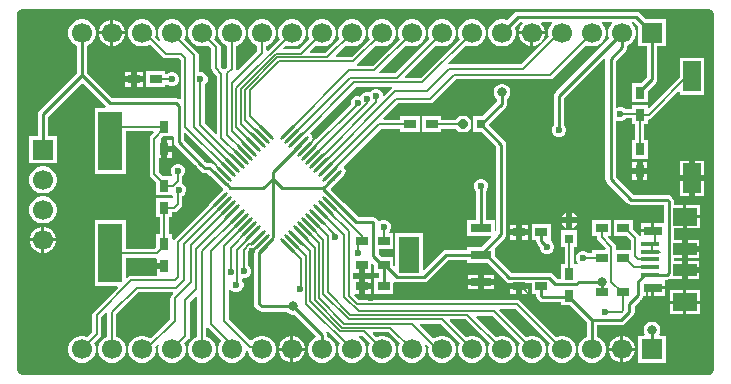
<source format=gtl>
G04*
G04 #@! TF.GenerationSoftware,Altium Limited,Altium Designer,22.0.2 (36)*
G04*
G04 Layer_Physical_Order=1*
G04 Layer_Color=255*
%FSLAX24Y24*%
%MOIN*%
G70*
G04*
G04 #@! TF.SameCoordinates,D96F1F73-0473-4D1D-A2DC-BC1745D11BA0*
G04*
G04*
G04 #@! TF.FilePolarity,Positive*
G04*
G01*
G75*
%ADD12C,0.0060*%
%ADD14C,0.0100*%
%ADD19R,0.0630X0.0138*%
%ADD20R,0.0787X0.0394*%
%ADD21R,0.0787X0.1969*%
%ADD22R,0.0300X0.0400*%
%ADD23R,0.0400X0.0300*%
G04:AMPARAMS|DCode=24|XSize=11mil|YSize=70.9mil|CornerRadius=0mil|HoleSize=0mil|Usage=FLASHONLY|Rotation=225.000|XOffset=0mil|YOffset=0mil|HoleType=Round|Shape=Round|*
%AMOVALD24*
21,1,0.0599,0.0110,0.0000,0.0000,315.0*
1,1,0.0110,-0.0212,0.0212*
1,1,0.0110,0.0212,-0.0212*
%
%ADD24OVALD24*%

G04:AMPARAMS|DCode=25|XSize=11mil|YSize=70.9mil|CornerRadius=0mil|HoleSize=0mil|Usage=FLASHONLY|Rotation=315.000|XOffset=0mil|YOffset=0mil|HoleType=Round|Shape=Round|*
%AMOVALD25*
21,1,0.0599,0.0110,0.0000,0.0000,45.0*
1,1,0.0110,-0.0212,-0.0212*
1,1,0.0110,0.0212,0.0212*
%
%ADD25OVALD25*%

%ADD26R,0.0300X0.0300*%
%ADD27P,0.0325X8X202.5*%
%ADD28R,0.0591X0.0984*%
%ADD29R,0.0300X0.0300*%
%ADD30P,0.0325X8X112.5*%
%ADD31R,0.0669X0.1220*%
%ADD32R,0.0669X0.0295*%
%ADD52R,0.0787X0.0591*%
%ADD53R,0.0591X0.0315*%
%ADD54C,0.0669*%
%ADD55R,0.0669X0.0669*%
%ADD56R,0.0669X0.0669*%
%ADD57C,0.0236*%
%ADD58C,0.0315*%
G36*
X23338Y12369D02*
X23393Y12314D01*
X23422Y12243D01*
Y12205D01*
Y394D01*
Y355D01*
X23393Y284D01*
X23338Y229D01*
X23267Y200D01*
X355D01*
X284Y229D01*
X229Y284D01*
X200Y355D01*
Y394D01*
Y12205D01*
Y12243D01*
X229Y12314D01*
X284Y12369D01*
X355Y12398D01*
X23267D01*
X23338Y12369D01*
D02*
G37*
%LPC*%
G36*
X20820Y12301D02*
X16880D01*
X16814Y12288D01*
X16759Y12251D01*
X16528Y12020D01*
X16525Y12022D01*
X16410Y12053D01*
X16290D01*
X16175Y12022D01*
X16072Y11962D01*
X15988Y11878D01*
X15928Y11775D01*
X15897Y11660D01*
Y11540D01*
X15928Y11425D01*
X15988Y11322D01*
X16072Y11238D01*
X16175Y11178D01*
X16290Y11147D01*
X16410D01*
X16525Y11178D01*
X16628Y11238D01*
X16712Y11322D01*
X16772Y11425D01*
X16803Y11540D01*
Y11660D01*
X16772Y11775D01*
X16770Y11778D01*
X16951Y11959D01*
X17023D01*
X17044Y11909D01*
X17002Y11867D01*
X16945Y11768D01*
X16915Y11657D01*
Y11650D01*
X17350D01*
X17785D01*
Y11657D01*
X17755Y11768D01*
X17698Y11867D01*
X17656Y11909D01*
X17677Y11959D01*
X18003D01*
X18022Y11912D01*
X17988Y11878D01*
X17928Y11775D01*
X17897Y11660D01*
Y11540D01*
X17914Y11478D01*
X16987Y10551D01*
X14600D01*
X14582Y10547D01*
X14557Y10593D01*
X15154Y11190D01*
X15175Y11178D01*
X15290Y11147D01*
X15410D01*
X15525Y11178D01*
X15628Y11238D01*
X15712Y11322D01*
X15772Y11425D01*
X15803Y11540D01*
Y11660D01*
X15772Y11775D01*
X15712Y11878D01*
X15628Y11962D01*
X15525Y12022D01*
X15410Y12053D01*
X15290D01*
X15175Y12022D01*
X15072Y11962D01*
X14988Y11878D01*
X14928Y11775D01*
X14897Y11660D01*
Y11540D01*
X14928Y11425D01*
X14940Y11404D01*
X13637Y10101D01*
X13130D01*
X13111Y10147D01*
X14154Y11190D01*
X14175Y11178D01*
X14290Y11147D01*
X14410D01*
X14525Y11178D01*
X14628Y11238D01*
X14712Y11322D01*
X14772Y11425D01*
X14803Y11540D01*
Y11660D01*
X14772Y11775D01*
X14712Y11878D01*
X14628Y11962D01*
X14525Y12022D01*
X14410Y12053D01*
X14290D01*
X14175Y12022D01*
X14072Y11962D01*
X13988Y11878D01*
X13928Y11775D01*
X13897Y11660D01*
Y11540D01*
X13928Y11425D01*
X13940Y11404D01*
X12787Y10251D01*
X12280D01*
X12261Y10297D01*
X13154Y11190D01*
X13175Y11178D01*
X13290Y11147D01*
X13410D01*
X13525Y11178D01*
X13628Y11238D01*
X13712Y11322D01*
X13772Y11425D01*
X13803Y11540D01*
Y11660D01*
X13772Y11775D01*
X13712Y11878D01*
X13628Y11962D01*
X13525Y12022D01*
X13410Y12053D01*
X13290D01*
X13175Y12022D01*
X13072Y11962D01*
X12988Y11878D01*
X12928Y11775D01*
X12897Y11660D01*
Y11540D01*
X12928Y11425D01*
X12940Y11404D01*
X12037Y10501D01*
X11534D01*
X11521Y10520D01*
X11515Y10551D01*
X12154Y11190D01*
X12175Y11178D01*
X12290Y11147D01*
X12410D01*
X12525Y11178D01*
X12628Y11238D01*
X12712Y11322D01*
X12772Y11425D01*
X12803Y11540D01*
Y11660D01*
X12772Y11775D01*
X12712Y11878D01*
X12628Y11962D01*
X12525Y12022D01*
X12410Y12053D01*
X12290D01*
X12175Y12022D01*
X12072Y11962D01*
X11988Y11878D01*
X11928Y11775D01*
X11897Y11660D01*
Y11540D01*
X11928Y11425D01*
X11940Y11404D01*
X11337Y10801D01*
X10830D01*
X10811Y10847D01*
X11154Y11190D01*
X11175Y11178D01*
X11290Y11147D01*
X11410D01*
X11525Y11178D01*
X11628Y11238D01*
X11712Y11322D01*
X11772Y11425D01*
X11803Y11540D01*
Y11660D01*
X11772Y11775D01*
X11712Y11878D01*
X11628Y11962D01*
X11525Y12022D01*
X11410Y12053D01*
X11290D01*
X11175Y12022D01*
X11072Y11962D01*
X10988Y11878D01*
X10928Y11775D01*
X10897Y11660D01*
Y11540D01*
X10928Y11425D01*
X10940Y11404D01*
X10467Y10931D01*
X9960D01*
X9941Y10977D01*
X10154Y11190D01*
X10175Y11178D01*
X10290Y11147D01*
X10410D01*
X10525Y11178D01*
X10628Y11238D01*
X10712Y11322D01*
X10772Y11425D01*
X10803Y11540D01*
Y11660D01*
X10772Y11775D01*
X10712Y11878D01*
X10628Y11962D01*
X10525Y12022D01*
X10410Y12053D01*
X10290D01*
X10175Y12022D01*
X10072Y11962D01*
X9988Y11878D01*
X9928Y11775D01*
X9897Y11660D01*
Y11540D01*
X9928Y11425D01*
X9940Y11404D01*
X9587Y11051D01*
X9080D01*
X9061Y11097D01*
X9154Y11190D01*
X9175Y11178D01*
X9290Y11147D01*
X9410D01*
X9525Y11178D01*
X9628Y11238D01*
X9712Y11322D01*
X9772Y11425D01*
X9803Y11540D01*
Y11660D01*
X9772Y11775D01*
X9712Y11878D01*
X9628Y11962D01*
X9525Y12022D01*
X9410Y12053D01*
X9290D01*
X9175Y12022D01*
X9072Y11962D01*
X8988Y11878D01*
X8928Y11775D01*
X8897Y11660D01*
Y11540D01*
X8928Y11425D01*
X8940Y11404D01*
X8547Y11011D01*
X8501Y11030D01*
Y11172D01*
X8525Y11178D01*
X8628Y11238D01*
X8712Y11322D01*
X8772Y11425D01*
X8803Y11540D01*
Y11660D01*
X8772Y11775D01*
X8712Y11878D01*
X8628Y11962D01*
X8525Y12022D01*
X8410Y12053D01*
X8290D01*
X8175Y12022D01*
X8072Y11962D01*
X7988Y11878D01*
X7928Y11775D01*
X7897Y11660D01*
Y11540D01*
X7928Y11425D01*
X7988Y11322D01*
X8072Y11238D01*
X8175Y11178D01*
X8199Y11172D01*
Y11001D01*
X7541Y10343D01*
X7495Y10368D01*
X7501Y10400D01*
X7501Y10400D01*
Y11172D01*
X7525Y11178D01*
X7628Y11238D01*
X7712Y11322D01*
X7772Y11425D01*
X7803Y11540D01*
Y11660D01*
X7772Y11775D01*
X7712Y11878D01*
X7628Y11962D01*
X7525Y12022D01*
X7410Y12053D01*
X7290D01*
X7175Y12022D01*
X7072Y11962D01*
X6988Y11878D01*
X6928Y11775D01*
X6897Y11660D01*
Y11540D01*
X6928Y11425D01*
X6988Y11322D01*
X7072Y11238D01*
X7175Y11178D01*
X7199Y11172D01*
Y10463D01*
X7128Y10391D01*
X7057Y10391D01*
X6971Y10477D01*
Y11130D01*
X6971Y11130D01*
X6960Y11187D01*
X6927Y11236D01*
X6760Y11404D01*
X6772Y11425D01*
X6803Y11540D01*
Y11660D01*
X6772Y11775D01*
X6712Y11878D01*
X6628Y11962D01*
X6525Y12022D01*
X6410Y12053D01*
X6290D01*
X6175Y12022D01*
X6072Y11962D01*
X5988Y11878D01*
X5928Y11775D01*
X5897Y11660D01*
Y11540D01*
X5928Y11425D01*
X5988Y11322D01*
X6072Y11238D01*
X6175Y11178D01*
X6290Y11147D01*
X6410D01*
X6525Y11178D01*
X6546Y11190D01*
X6669Y11067D01*
Y10415D01*
X6669Y10415D01*
X6681Y10357D01*
X6714Y10308D01*
X6849Y10173D01*
Y8262D01*
X6803Y8243D01*
X6451Y8595D01*
Y9867D01*
X6500Y9916D01*
X6536Y10003D01*
Y10097D01*
X6500Y10184D01*
X6434Y10250D01*
X6347Y10286D01*
X6253D01*
X6241Y10294D01*
Y10860D01*
X6241Y10860D01*
X6230Y10918D01*
X6197Y10967D01*
X5760Y11404D01*
X5772Y11425D01*
X5803Y11540D01*
Y11660D01*
X5772Y11775D01*
X5712Y11878D01*
X5628Y11962D01*
X5525Y12022D01*
X5410Y12053D01*
X5290D01*
X5175Y12022D01*
X5072Y11962D01*
X4988Y11878D01*
X4928Y11775D01*
X4897Y11660D01*
Y11540D01*
X4928Y11425D01*
X4958Y11373D01*
X4918Y11342D01*
X4785Y11475D01*
X4803Y11540D01*
Y11660D01*
X4772Y11775D01*
X4712Y11878D01*
X4628Y11962D01*
X4525Y12022D01*
X4410Y12053D01*
X4290D01*
X4175Y12022D01*
X4072Y11962D01*
X3988Y11878D01*
X3928Y11775D01*
X3897Y11660D01*
Y11540D01*
X3928Y11425D01*
X3988Y11322D01*
X4072Y11238D01*
X4175Y11178D01*
X4290Y11147D01*
X4410D01*
X4525Y11178D01*
X4608Y11226D01*
X5043Y10790D01*
X5043Y10790D01*
X5092Y10757D01*
X5150Y10746D01*
X5590D01*
X5649Y10687D01*
Y9401D01*
X5599Y9381D01*
X5558Y9408D01*
X5492Y9421D01*
X3351D01*
X2521Y10251D01*
Y11177D01*
X2525Y11178D01*
X2628Y11238D01*
X2712Y11322D01*
X2772Y11425D01*
X2803Y11540D01*
Y11660D01*
X2772Y11775D01*
X2712Y11878D01*
X2628Y11962D01*
X2525Y12022D01*
X2410Y12053D01*
X2290D01*
X2175Y12022D01*
X2072Y11962D01*
X1988Y11878D01*
X1928Y11775D01*
X1897Y11660D01*
Y11540D01*
X1928Y11425D01*
X1988Y11322D01*
X2072Y11238D01*
X2175Y11178D01*
X2179Y11177D01*
Y10251D01*
X929Y9001D01*
X892Y8946D01*
X879Y8880D01*
Y8153D01*
X597D01*
Y7247D01*
X1503D01*
Y8153D01*
X1221D01*
Y8809D01*
X2350Y9938D01*
X3139Y9148D01*
X3119Y9098D01*
X2788D01*
Y6894D01*
X3812D01*
Y8314D01*
X4720D01*
X4739Y8268D01*
X4653Y8182D01*
X4620Y8133D01*
X4609Y8075D01*
X4609Y8075D01*
Y6890D01*
X4609Y6890D01*
X4620Y6832D01*
X4653Y6783D01*
X4832Y6605D01*
Y6182D01*
X5368D01*
X5399Y6145D01*
Y6125D01*
X5368Y6088D01*
X4832D01*
Y5452D01*
X4949D01*
Y4883D01*
X4832D01*
Y4460D01*
X4778Y4407D01*
X3812D01*
Y5358D01*
X2788D01*
Y3153D01*
X3524D01*
X3544Y3107D01*
X2743Y2307D01*
X2710Y2258D01*
X2699Y2200D01*
X2699Y2200D01*
Y1613D01*
X2546Y1460D01*
X2525Y1472D01*
X2410Y1503D01*
X2290D01*
X2175Y1472D01*
X2072Y1412D01*
X1988Y1328D01*
X1928Y1225D01*
X1897Y1110D01*
Y990D01*
X1928Y875D01*
X1988Y772D01*
X2072Y688D01*
X2175Y628D01*
X2290Y597D01*
X2410D01*
X2525Y628D01*
X2628Y688D01*
X2712Y772D01*
X2772Y875D01*
X2803Y990D01*
Y1110D01*
X2772Y1225D01*
X2760Y1246D01*
X2957Y1443D01*
X2957Y1443D01*
X2990Y1492D01*
X3001Y1550D01*
X3001Y1550D01*
Y2137D01*
X3151Y2287D01*
X3159Y2286D01*
X3199Y2265D01*
Y1478D01*
X3175Y1472D01*
X3072Y1412D01*
X2988Y1328D01*
X2928Y1225D01*
X2897Y1110D01*
Y990D01*
X2928Y875D01*
X2988Y772D01*
X3072Y688D01*
X3175Y628D01*
X3290Y597D01*
X3410D01*
X3525Y628D01*
X3628Y688D01*
X3712Y772D01*
X3772Y875D01*
X3803Y990D01*
Y1110D01*
X3772Y1225D01*
X3712Y1328D01*
X3628Y1412D01*
X3525Y1472D01*
X3501Y1478D01*
Y2218D01*
X4232Y2949D01*
X5370D01*
X5389Y2903D01*
X5343Y2857D01*
X5310Y2808D01*
X5299Y2750D01*
X5299Y2750D01*
Y2063D01*
X4638Y1402D01*
X4628Y1412D01*
X4525Y1472D01*
X4410Y1503D01*
X4290D01*
X4175Y1472D01*
X4072Y1412D01*
X3988Y1328D01*
X3928Y1225D01*
X3897Y1110D01*
Y990D01*
X3928Y875D01*
X3988Y772D01*
X4072Y688D01*
X4175Y628D01*
X4290Y597D01*
X4410D01*
X4525Y628D01*
X4628Y688D01*
X4712Y772D01*
X4772Y875D01*
X4803Y990D01*
Y1110D01*
X4796Y1133D01*
X4872Y1208D01*
X4917Y1182D01*
X4897Y1110D01*
Y990D01*
X4928Y875D01*
X4988Y772D01*
X5072Y688D01*
X5175Y628D01*
X5290Y597D01*
X5410D01*
X5525Y628D01*
X5628Y688D01*
X5712Y772D01*
X5772Y875D01*
X5803Y990D01*
Y1110D01*
X5772Y1225D01*
X5760Y1246D01*
X5907Y1393D01*
X5940Y1442D01*
X5951Y1500D01*
Y2637D01*
X6153Y2839D01*
X6199Y2820D01*
Y1478D01*
X6175Y1472D01*
X6072Y1412D01*
X5988Y1328D01*
X5928Y1225D01*
X5897Y1110D01*
Y990D01*
X5928Y875D01*
X5988Y772D01*
X6072Y688D01*
X6175Y628D01*
X6290Y597D01*
X6410D01*
X6525Y628D01*
X6628Y688D01*
X6712Y772D01*
X6772Y875D01*
X6803Y990D01*
Y1110D01*
X6772Y1225D01*
X6712Y1328D01*
X6628Y1412D01*
X6525Y1472D01*
X6501Y1478D01*
Y1766D01*
X6520Y1779D01*
X6551Y1785D01*
X6998Y1338D01*
X6988Y1328D01*
X6928Y1225D01*
X6897Y1110D01*
Y990D01*
X6928Y875D01*
X6988Y772D01*
X7072Y688D01*
X7175Y628D01*
X7290Y597D01*
X7410D01*
X7525Y628D01*
X7628Y688D01*
X7712Y772D01*
X7772Y875D01*
X7803Y990D01*
Y1018D01*
X7849Y1037D01*
X7854Y1033D01*
X7854Y1033D01*
X7897Y1004D01*
Y990D01*
X7928Y875D01*
X7988Y772D01*
X8072Y688D01*
X8175Y628D01*
X8290Y597D01*
X8410D01*
X8525Y628D01*
X8628Y688D01*
X8712Y772D01*
X8772Y875D01*
X8803Y990D01*
Y1110D01*
X8772Y1225D01*
X8712Y1328D01*
X8628Y1412D01*
X8525Y1472D01*
X8410Y1503D01*
X8290D01*
X8175Y1472D01*
X8072Y1412D01*
X8022Y1362D01*
X7952Y1362D01*
X7251Y2063D01*
Y3053D01*
X7294Y3065D01*
X7301Y3065D01*
X7366Y3000D01*
X7453Y2964D01*
X7547D01*
X7634Y3000D01*
X7700Y3066D01*
X7736Y3153D01*
Y3247D01*
X7700Y3334D01*
X7686Y3348D01*
X7690Y3405D01*
X7703Y3414D01*
X7797D01*
X7884Y3450D01*
X7950Y3516D01*
X7986Y3603D01*
Y3697D01*
X7950Y3784D01*
X7901Y3833D01*
Y4313D01*
X7940Y4352D01*
X8001Y4342D01*
X8018Y4316D01*
X8070Y4281D01*
X8081Y4279D01*
X8079Y4269D01*
Y2568D01*
X8092Y2502D01*
X8129Y2447D01*
X8217Y2359D01*
X8272Y2322D01*
X8338Y2309D01*
X9182D01*
X9231Y2259D01*
X9294Y2223D01*
X9364Y2204D01*
X9433D01*
X10140Y1497D01*
X10134Y1448D01*
X10072Y1412D01*
X9988Y1328D01*
X9928Y1225D01*
X9897Y1110D01*
Y990D01*
X9928Y875D01*
X9988Y772D01*
X10072Y688D01*
X10175Y628D01*
X10290Y597D01*
X10410D01*
X10525Y628D01*
X10628Y688D01*
X10712Y772D01*
X10772Y875D01*
X10803Y990D01*
Y1110D01*
X10772Y1225D01*
X10712Y1328D01*
X10628Y1412D01*
X10525Y1472D01*
X10521Y1473D01*
Y1530D01*
X10508Y1596D01*
X10485Y1631D01*
X10523Y1663D01*
X10940Y1246D01*
X10928Y1225D01*
X10897Y1110D01*
Y990D01*
X10928Y875D01*
X10988Y772D01*
X11072Y688D01*
X11175Y628D01*
X11290Y597D01*
X11410D01*
X11525Y628D01*
X11628Y688D01*
X11712Y772D01*
X11772Y875D01*
X11803Y990D01*
Y1110D01*
X11772Y1225D01*
X11712Y1328D01*
X11628Y1412D01*
X11564Y1449D01*
X11578Y1499D01*
X11687D01*
X11940Y1246D01*
X11928Y1225D01*
X11897Y1110D01*
Y990D01*
X11928Y875D01*
X11988Y772D01*
X12072Y688D01*
X12175Y628D01*
X12290Y597D01*
X12410D01*
X12525Y628D01*
X12628Y688D01*
X12712Y772D01*
X12772Y875D01*
X12803Y990D01*
Y1110D01*
X12772Y1225D01*
X12712Y1328D01*
X12628Y1412D01*
X12525Y1472D01*
X12410Y1503D01*
X12290D01*
X12175Y1472D01*
X12154Y1460D01*
X12041Y1573D01*
X12060Y1619D01*
X12567D01*
X12940Y1246D01*
X12928Y1225D01*
X12897Y1110D01*
Y990D01*
X12928Y875D01*
X12988Y772D01*
X13072Y688D01*
X13175Y628D01*
X13290Y597D01*
X13410D01*
X13525Y628D01*
X13628Y688D01*
X13712Y772D01*
X13772Y875D01*
X13803Y990D01*
Y1110D01*
X13783Y1182D01*
X13828Y1208D01*
X13903Y1133D01*
X13897Y1110D01*
Y990D01*
X13928Y875D01*
X13988Y772D01*
X14072Y688D01*
X14175Y628D01*
X14290Y597D01*
X14410D01*
X14525Y628D01*
X14628Y688D01*
X14712Y772D01*
X14772Y875D01*
X14803Y990D01*
Y1110D01*
X14772Y1225D01*
X14712Y1328D01*
X14628Y1412D01*
X14525Y1472D01*
X14410Y1503D01*
X14290D01*
X14175Y1472D01*
X14072Y1412D01*
X14062Y1402D01*
X13611Y1853D01*
X13630Y1899D01*
X14287D01*
X14940Y1246D01*
X14928Y1225D01*
X14897Y1110D01*
Y990D01*
X14928Y875D01*
X14988Y772D01*
X15072Y688D01*
X15175Y628D01*
X15290Y597D01*
X15410D01*
X15525Y628D01*
X15628Y688D01*
X15712Y772D01*
X15772Y875D01*
X15803Y990D01*
Y1110D01*
X15772Y1225D01*
X15712Y1328D01*
X15628Y1412D01*
X15525Y1472D01*
X15410Y1503D01*
X15290D01*
X15175Y1472D01*
X15154Y1460D01*
X14611Y2003D01*
X14630Y2049D01*
X15137D01*
X15940Y1246D01*
X15928Y1225D01*
X15897Y1110D01*
Y990D01*
X15928Y875D01*
X15988Y772D01*
X16072Y688D01*
X16175Y628D01*
X16290Y597D01*
X16410D01*
X16525Y628D01*
X16628Y688D01*
X16712Y772D01*
X16772Y875D01*
X16803Y990D01*
Y1110D01*
X16772Y1225D01*
X16712Y1328D01*
X16628Y1412D01*
X16525Y1472D01*
X16410Y1503D01*
X16290D01*
X16175Y1472D01*
X16154Y1460D01*
X15491Y2123D01*
X15510Y2169D01*
X16017D01*
X16940Y1246D01*
X16928Y1225D01*
X16897Y1110D01*
Y990D01*
X16928Y875D01*
X16988Y772D01*
X17072Y688D01*
X17175Y628D01*
X17290Y597D01*
X17410D01*
X17525Y628D01*
X17628Y688D01*
X17712Y772D01*
X17772Y875D01*
X17803Y990D01*
Y1110D01*
X17772Y1225D01*
X17712Y1328D01*
X17628Y1412D01*
X17525Y1472D01*
X17410Y1503D01*
X17290D01*
X17175Y1472D01*
X17154Y1460D01*
X16261Y2353D01*
X16280Y2399D01*
X16787D01*
X17940Y1246D01*
X17928Y1225D01*
X17897Y1110D01*
Y990D01*
X17928Y875D01*
X17988Y772D01*
X18072Y688D01*
X18175Y628D01*
X18290Y597D01*
X18410D01*
X18525Y628D01*
X18628Y688D01*
X18712Y772D01*
X18772Y875D01*
X18803Y990D01*
Y1110D01*
X18772Y1225D01*
X18712Y1328D01*
X18628Y1412D01*
X18525Y1472D01*
X18410Y1503D01*
X18290D01*
X18175Y1472D01*
X18154Y1460D01*
X16957Y2657D01*
X16908Y2690D01*
X16850Y2701D01*
X16850Y2701D01*
X11582D01*
X11433Y2850D01*
X11454Y2900D01*
X11585D01*
Y3150D01*
Y3400D01*
X11396D01*
Y3600D01*
X11585D01*
Y3850D01*
X11785D01*
Y3600D01*
X11985D01*
Y3922D01*
X12031Y3941D01*
X12097Y3876D01*
Y3582D01*
X12244D01*
Y3418D01*
X12097D01*
Y2882D01*
X12733D01*
Y3277D01*
X12783Y3304D01*
X12794Y3296D01*
X12859Y3283D01*
X13752D01*
X13818Y3296D01*
X13873Y3334D01*
X14569Y4029D01*
X15197D01*
Y3934D01*
X15860D01*
X16481Y3314D01*
X16536Y3277D01*
X16602Y3264D01*
X16635D01*
Y3250D01*
X17235D01*
Y3264D01*
X17347D01*
Y2882D01*
X17494D01*
Y2844D01*
X17507Y2778D01*
X17544Y2722D01*
X17602Y2664D01*
X17658Y2627D01*
X17724Y2614D01*
X18332D01*
Y2517D01*
X18626D01*
X19179Y1964D01*
Y1473D01*
X19175Y1472D01*
X19072Y1412D01*
X18988Y1328D01*
X18928Y1225D01*
X18897Y1110D01*
Y990D01*
X18928Y875D01*
X18988Y772D01*
X19072Y688D01*
X19175Y628D01*
X19290Y597D01*
X19410D01*
X19525Y628D01*
X19628Y688D01*
X19712Y772D01*
X19772Y875D01*
X19803Y990D01*
Y1110D01*
X19772Y1225D01*
X19712Y1328D01*
X19628Y1412D01*
X19525Y1472D01*
X19521Y1473D01*
Y1864D01*
X20329D01*
X20394Y1877D01*
X20450Y1914D01*
X20721Y2185D01*
X20758Y2241D01*
X20771Y2306D01*
Y2489D01*
X21021Y2739D01*
X21058Y2794D01*
X21067Y2838D01*
X21327D01*
Y3095D01*
X21377D01*
Y3145D01*
X21772D01*
Y3353D01*
X21817Y3367D01*
X21851D01*
X21917Y3380D01*
X21952Y3403D01*
X22340D01*
Y3700D01*
Y3997D01*
X22081D01*
Y4103D01*
X22340D01*
Y4400D01*
Y4697D01*
X22081D01*
Y5082D01*
X22394D01*
Y5477D01*
Y5872D01*
X22081D01*
Y5981D01*
X22068Y6047D01*
X22031Y6103D01*
X21973Y6161D01*
X21917Y6198D01*
X21851Y6211D01*
X20721D01*
X20141Y6791D01*
Y8659D01*
X20191Y8689D01*
X20253Y8664D01*
X20347D01*
X20434Y8700D01*
X20483Y8749D01*
X20682D01*
Y8552D01*
X20799D01*
Y8033D01*
X20682D01*
Y7397D01*
X21218D01*
Y8033D01*
X21101D01*
Y8552D01*
X21218D01*
Y8678D01*
X21240Y8719D01*
X21298Y8730D01*
X21347Y8763D01*
X22229Y9645D01*
X22275Y9626D01*
Y9540D01*
X23102D01*
Y10760D01*
X22275D01*
Y10119D01*
X21264Y9108D01*
X21218Y9127D01*
Y9188D01*
X20682D01*
Y9051D01*
X20483D01*
X20434Y9100D01*
X20347Y9136D01*
X20253D01*
X20191Y9111D01*
X20141Y9141D01*
Y10669D01*
X20471Y10999D01*
X20508Y11054D01*
X20521Y11120D01*
Y11177D01*
X20525Y11178D01*
X20628Y11238D01*
X20712Y11322D01*
X20772Y11425D01*
X20803Y11540D01*
Y11660D01*
X20772Y11775D01*
X20712Y11878D01*
X20678Y11912D01*
X20697Y11959D01*
X20749D01*
X20897Y11810D01*
Y11147D01*
X21179D01*
Y10121D01*
X20976Y9918D01*
X20682D01*
Y9282D01*
X21218D01*
Y9676D01*
X21471Y9929D01*
X21508Y9984D01*
X21521Y10050D01*
Y11147D01*
X21803D01*
Y12053D01*
X21140D01*
X20941Y12251D01*
X20886Y12288D01*
X20820Y12301D01*
D02*
G37*
G36*
X3407Y12035D02*
X3400D01*
Y11650D01*
X3785D01*
Y11657D01*
X3755Y11768D01*
X3698Y11867D01*
X3617Y11948D01*
X3518Y12005D01*
X3407Y12035D01*
D02*
G37*
G36*
X3300D02*
X3293D01*
X3182Y12005D01*
X3083Y11948D01*
X3002Y11867D01*
X2945Y11768D01*
X2915Y11657D01*
Y11650D01*
X3300D01*
Y12035D01*
D02*
G37*
G36*
X17785Y11550D02*
X17400D01*
Y11165D01*
X17407D01*
X17518Y11195D01*
X17617Y11252D01*
X17698Y11333D01*
X17755Y11432D01*
X17785Y11543D01*
Y11550D01*
D02*
G37*
G36*
X17300D02*
X16915D01*
Y11543D01*
X16945Y11432D01*
X17002Y11333D01*
X17083Y11252D01*
X17182Y11195D01*
X17293Y11165D01*
X17300D01*
Y11550D01*
D02*
G37*
G36*
X3785D02*
X3400D01*
Y11165D01*
X3407D01*
X3518Y11195D01*
X3617Y11252D01*
X3698Y11333D01*
X3755Y11432D01*
X3785Y11543D01*
Y11550D01*
D02*
G37*
G36*
X3300D02*
X2915D01*
Y11543D01*
X2945Y11432D01*
X3002Y11333D01*
X3083Y11252D01*
X3182Y11195D01*
X3293Y11165D01*
X3300D01*
Y11550D01*
D02*
G37*
G36*
X4385Y10300D02*
X4185D01*
Y10150D01*
X4385D01*
Y10300D01*
D02*
G37*
G36*
X3985D02*
X3785D01*
Y10150D01*
X3985D01*
Y10300D01*
D02*
G37*
G36*
X5133Y10318D02*
X4497D01*
Y9782D01*
X5133D01*
Y9862D01*
X5183Y9883D01*
X5216Y9850D01*
X5303Y9814D01*
X5397D01*
X5484Y9850D01*
X5550Y9916D01*
X5586Y10003D01*
Y10097D01*
X5550Y10184D01*
X5484Y10250D01*
X5397Y10286D01*
X5303D01*
X5216Y10250D01*
X5183Y10217D01*
X5133Y10238D01*
Y10318D01*
D02*
G37*
G36*
X4385Y9950D02*
X4185D01*
Y9800D01*
X4385D01*
Y9950D01*
D02*
G37*
G36*
X3985D02*
X3785D01*
Y9800D01*
X3985D01*
Y9950D01*
D02*
G37*
G36*
X21200Y7285D02*
X21050D01*
Y7085D01*
X21200D01*
Y7285D01*
D02*
G37*
G36*
X20850D02*
X20700D01*
Y7085D01*
X20850D01*
Y7285D01*
D02*
G37*
G36*
X23084Y7342D02*
X22788D01*
Y6850D01*
X23084D01*
Y7342D01*
D02*
G37*
G36*
X22588D02*
X22293D01*
Y6850D01*
X22588D01*
Y7342D01*
D02*
G37*
G36*
X21200Y6885D02*
X21050D01*
Y6685D01*
X21200D01*
Y6885D01*
D02*
G37*
G36*
X20850D02*
X20700D01*
Y6685D01*
X20850D01*
Y6885D01*
D02*
G37*
G36*
X1110Y7153D02*
X990D01*
X875Y7122D01*
X772Y7062D01*
X688Y6978D01*
X628Y6875D01*
X597Y6760D01*
Y6640D01*
X628Y6525D01*
X688Y6422D01*
X772Y6338D01*
X875Y6278D01*
X990Y6247D01*
X1110D01*
X1225Y6278D01*
X1328Y6338D01*
X1412Y6422D01*
X1472Y6525D01*
X1503Y6640D01*
Y6760D01*
X1472Y6875D01*
X1412Y6978D01*
X1328Y7062D01*
X1225Y7122D01*
X1110Y7153D01*
D02*
G37*
G36*
X23084Y6650D02*
X22788D01*
Y6158D01*
X23084D01*
Y6650D01*
D02*
G37*
G36*
X22588D02*
X22293D01*
Y6158D01*
X22588D01*
Y6650D01*
D02*
G37*
G36*
X22938Y5872D02*
X22494D01*
Y5527D01*
X22938D01*
Y5872D01*
D02*
G37*
G36*
X1110Y6153D02*
X990D01*
X875Y6122D01*
X772Y6062D01*
X688Y5978D01*
X628Y5875D01*
X597Y5760D01*
Y5640D01*
X628Y5525D01*
X688Y5422D01*
X772Y5338D01*
X875Y5278D01*
X990Y5247D01*
X1110D01*
X1225Y5278D01*
X1328Y5338D01*
X1412Y5422D01*
X1472Y5525D01*
X1503Y5640D01*
Y5760D01*
X1472Y5875D01*
X1412Y5978D01*
X1328Y6062D01*
X1225Y6122D01*
X1110Y6153D01*
D02*
G37*
G36*
X22938Y5427D02*
X22494D01*
Y5082D01*
X22938D01*
Y5427D01*
D02*
G37*
G36*
X1107Y5135D02*
X1100D01*
Y4750D01*
X1485D01*
Y4757D01*
X1455Y4868D01*
X1398Y4967D01*
X1317Y5048D01*
X1218Y5105D01*
X1107Y5135D01*
D02*
G37*
G36*
X1000D02*
X993D01*
X882Y5105D01*
X783Y5048D01*
X702Y4967D01*
X645Y4868D01*
X615Y4757D01*
Y4750D01*
X1000D01*
Y5135D01*
D02*
G37*
G36*
X22934Y4697D02*
X22540D01*
Y4500D01*
X22934D01*
Y4697D01*
D02*
G37*
G36*
X1485Y4650D02*
X1100D01*
Y4265D01*
X1107D01*
X1218Y4295D01*
X1317Y4352D01*
X1398Y4433D01*
X1455Y4532D01*
X1485Y4643D01*
Y4650D01*
D02*
G37*
G36*
X1000D02*
X615D01*
Y4643D01*
X645Y4532D01*
X702Y4433D01*
X783Y4352D01*
X882Y4295D01*
X993Y4265D01*
X1000D01*
Y4650D01*
D02*
G37*
G36*
X22934Y4300D02*
X22540D01*
Y4103D01*
X22934D01*
Y4300D01*
D02*
G37*
G36*
Y3997D02*
X22540D01*
Y3800D01*
X22934D01*
Y3997D01*
D02*
G37*
G36*
Y3600D02*
X22540D01*
Y3403D01*
X22934D01*
Y3600D01*
D02*
G37*
G36*
X16085Y3542D02*
X15750D01*
Y3394D01*
X16085D01*
Y3542D01*
D02*
G37*
G36*
X15550D02*
X15215D01*
Y3394D01*
X15550D01*
Y3542D01*
D02*
G37*
G36*
X11985Y3400D02*
X11785D01*
Y3250D01*
X11985D01*
Y3400D01*
D02*
G37*
G36*
X16085Y3194D02*
X15750D01*
Y3047D01*
X16085D01*
Y3194D01*
D02*
G37*
G36*
X15550D02*
X15215D01*
Y3047D01*
X15550D01*
Y3194D01*
D02*
G37*
G36*
X17235Y3050D02*
X17035D01*
Y2900D01*
X17235D01*
Y3050D01*
D02*
G37*
G36*
X16835D02*
X16635D01*
Y2900D01*
X16835D01*
Y3050D01*
D02*
G37*
G36*
X11985D02*
X11785D01*
Y2900D01*
X11985D01*
Y3050D01*
D02*
G37*
G36*
X21772Y3045D02*
X21427D01*
Y2838D01*
X21772D01*
Y3045D01*
D02*
G37*
G36*
X22938Y3018D02*
X22494D01*
Y2673D01*
X22938D01*
Y3018D01*
D02*
G37*
G36*
X22394D02*
X21950D01*
Y2673D01*
X22394D01*
Y3018D01*
D02*
G37*
G36*
X22938Y2573D02*
X22494D01*
Y2228D01*
X22938D01*
Y2573D01*
D02*
G37*
G36*
X22394D02*
X21950D01*
Y2228D01*
X22394D01*
Y2573D01*
D02*
G37*
G36*
X20407Y1485D02*
X20400D01*
Y1100D01*
X20785D01*
Y1107D01*
X20755Y1218D01*
X20698Y1317D01*
X20617Y1398D01*
X20518Y1455D01*
X20407Y1485D01*
D02*
G37*
G36*
X9407D02*
X9400D01*
Y1100D01*
X9785D01*
Y1107D01*
X9755Y1218D01*
X9698Y1317D01*
X9617Y1398D01*
X9518Y1455D01*
X9407Y1485D01*
D02*
G37*
G36*
X20300D02*
X20293D01*
X20182Y1455D01*
X20083Y1398D01*
X20002Y1317D01*
X19945Y1218D01*
X19915Y1107D01*
Y1100D01*
X20300D01*
Y1485D01*
D02*
G37*
G36*
X9300D02*
X9293D01*
X9182Y1455D01*
X9083Y1398D01*
X9002Y1317D01*
X8945Y1218D01*
X8915Y1107D01*
Y1100D01*
X9300D01*
Y1485D01*
D02*
G37*
G36*
X20785Y1000D02*
X20400D01*
Y615D01*
X20407D01*
X20518Y645D01*
X20617Y702D01*
X20698Y783D01*
X20755Y882D01*
X20785Y993D01*
Y1000D01*
D02*
G37*
G36*
X20300D02*
X19915D01*
Y993D01*
X19945Y882D01*
X20002Y783D01*
X20083Y702D01*
X20182Y645D01*
X20293Y615D01*
X20300D01*
Y1000D01*
D02*
G37*
G36*
X9785D02*
X9400D01*
Y615D01*
X9407D01*
X9518Y645D01*
X9617Y702D01*
X9698Y783D01*
X9755Y882D01*
X9785Y993D01*
Y1000D01*
D02*
G37*
G36*
X9300D02*
X8915D01*
Y993D01*
X8945Y882D01*
X9002Y783D01*
X9083Y702D01*
X9182Y645D01*
X9293Y615D01*
X9300D01*
Y1000D01*
D02*
G37*
G36*
X21386Y1976D02*
X21314D01*
X21244Y1957D01*
X21181Y1921D01*
X21129Y1869D01*
X21093Y1806D01*
X21074Y1736D01*
Y1664D01*
X21093Y1594D01*
X21117Y1553D01*
X21090Y1503D01*
X20897D01*
Y597D01*
X21803D01*
Y1503D01*
X21610D01*
X21583Y1553D01*
X21607Y1594D01*
X21626Y1664D01*
Y1736D01*
X21607Y1806D01*
X21571Y1869D01*
X21519Y1921D01*
X21456Y1957D01*
X21386Y1976D01*
D02*
G37*
%LPD*%
G36*
X20022Y11912D02*
X19988Y11878D01*
X19928Y11775D01*
X19897Y11660D01*
Y11540D01*
X19928Y11425D01*
X19930Y11422D01*
X18139Y9631D01*
X18102Y9576D01*
X18089Y9510D01*
Y8523D01*
X18060Y8494D01*
X18024Y8407D01*
Y8313D01*
X18060Y8226D01*
X18126Y8160D01*
X18213Y8124D01*
X18307D01*
X18394Y8160D01*
X18460Y8226D01*
X18496Y8313D01*
Y8407D01*
X18460Y8494D01*
X18431Y8523D01*
Y9439D01*
X19751Y10759D01*
X19788Y10744D01*
X19799Y10735D01*
Y6720D01*
X19812Y6654D01*
X19849Y6599D01*
X20529Y5919D01*
X20584Y5882D01*
X20650Y5869D01*
X21739D01*
Y5262D01*
X21427D01*
Y5005D01*
X21377D01*
Y4955D01*
X20982D01*
Y4832D01*
X20932Y4819D01*
X20907Y4857D01*
X20907Y4857D01*
X20718Y5045D01*
Y5368D01*
X20082D01*
Y4832D01*
X20505D01*
X20649Y4687D01*
Y4368D01*
X20151D01*
Y4450D01*
X20140Y4508D01*
X20107Y4557D01*
X20107Y4557D01*
X19878Y4786D01*
X19897Y4832D01*
X19988D01*
Y5368D01*
X19352D01*
Y4832D01*
X19519D01*
Y4780D01*
X19519Y4780D01*
X19530Y4722D01*
X19563Y4673D01*
X19818Y4418D01*
X19798Y4368D01*
X19352D01*
Y4251D01*
X19233D01*
X19184Y4300D01*
X19097Y4336D01*
X19003D01*
X18916Y4300D01*
X18850Y4234D01*
X18814Y4147D01*
Y4053D01*
X18850Y3966D01*
X18893Y3923D01*
X18862Y3883D01*
X18751D01*
Y4476D01*
X18868D01*
Y5012D01*
X18332D01*
Y4476D01*
X18449D01*
Y3883D01*
X18332D01*
Y3401D01*
X18197D01*
X18042Y3556D01*
X17987Y3593D01*
X17921Y3606D01*
X16673D01*
X16103Y4177D01*
Y4410D01*
X16451Y4759D01*
X16488Y4814D01*
X16501Y4880D01*
Y7876D01*
X16488Y7942D01*
X16451Y7997D01*
X15924Y8524D01*
Y8576D01*
X16471Y9123D01*
X16508Y9179D01*
X16521Y9244D01*
Y9402D01*
X16571Y9451D01*
X16607Y9514D01*
X16626Y9584D01*
Y9656D01*
X16607Y9726D01*
X16571Y9789D01*
X16519Y9841D01*
X16456Y9877D01*
X16386Y9896D01*
X16314D01*
X16244Y9877D01*
X16181Y9841D01*
X16129Y9789D01*
X16093Y9726D01*
X16074Y9656D01*
Y9584D01*
X16093Y9514D01*
X16129Y9451D01*
X16179Y9402D01*
Y9315D01*
X15682Y8818D01*
X15388D01*
Y8282D01*
X15682D01*
X16159Y7805D01*
Y4991D01*
X16153Y4988D01*
X16103Y5014D01*
Y5371D01*
X15821D01*
Y6337D01*
X15850Y6366D01*
X15886Y6453D01*
Y6547D01*
X15850Y6634D01*
X15784Y6700D01*
X15697Y6736D01*
X15603D01*
X15516Y6700D01*
X15450Y6634D01*
X15414Y6547D01*
Y6453D01*
X15450Y6366D01*
X15479Y6337D01*
Y5371D01*
X15197D01*
Y4840D01*
X15982D01*
X16001Y4794D01*
X15673Y4466D01*
X15197D01*
Y4371D01*
X14498D01*
X14432Y4358D01*
X14376Y4321D01*
X13749Y3694D01*
X13703Y3713D01*
Y4928D01*
X12797D01*
Y3868D01*
X12747Y3842D01*
X12733Y3852D01*
Y4118D01*
X12339D01*
X12239Y4218D01*
Y4382D01*
X12733D01*
Y4918D01*
X12603D01*
X12582Y4968D01*
X12615Y5001D01*
X12651Y5088D01*
Y5182D01*
X12615Y5269D01*
X12549Y5335D01*
X12462Y5371D01*
X12368D01*
X12281Y5335D01*
X12278Y5332D01*
X12231Y5343D01*
X12225Y5350D01*
X12189Y5403D01*
X12133Y5441D01*
X12068Y5454D01*
X11570D01*
X11101Y5922D01*
X11087Y5944D01*
X10663Y6367D01*
X10662Y6368D01*
X10654Y6387D01*
X10654Y6413D01*
X10662Y6432D01*
X10663Y6433D01*
X11087Y6856D01*
X11125Y6913D01*
X11138Y6981D01*
X11125Y7048D01*
X11087Y7105D01*
X11080Y7110D01*
X11075Y7160D01*
X12314Y8399D01*
X12967D01*
Y8282D01*
X13603D01*
Y8818D01*
X12967D01*
Y8701D01*
X12404D01*
X12385Y8747D01*
X12887Y9249D01*
X13950D01*
X13950Y9249D01*
X14008Y9260D01*
X14057Y9293D01*
X14813Y10049D01*
X17950D01*
X17950Y10049D01*
X18008Y10060D01*
X18057Y10093D01*
X19154Y11190D01*
X19175Y11178D01*
X19290Y11147D01*
X19410D01*
X19525Y11178D01*
X19628Y11238D01*
X19712Y11322D01*
X19772Y11425D01*
X19803Y11540D01*
Y11660D01*
X19772Y11775D01*
X19712Y11878D01*
X19678Y11912D01*
X19697Y11959D01*
X20003D01*
X20022Y11912D01*
D02*
G37*
G36*
X12675Y9780D02*
X12681Y9749D01*
X12432Y9500D01*
X12386Y9519D01*
Y9547D01*
X12350Y9634D01*
X12284Y9700D01*
X12197Y9736D01*
X12103D01*
X12016Y9700D01*
X11950Y9634D01*
X11943Y9617D01*
X11897Y9636D01*
X11803D01*
X11716Y9600D01*
X11650Y9534D01*
X11623Y9470D01*
X11588Y9485D01*
X11494D01*
X11407Y9449D01*
X11340Y9382D01*
X11304Y9295D01*
Y9217D01*
X10149Y8061D01*
X10100Y8066D01*
X10099Y8067D01*
X10048Y8101D01*
X10022Y8106D01*
X10011Y8162D01*
X9973Y8219D01*
X9967Y8223D01*
X9962Y8273D01*
X11488Y9799D01*
X12662D01*
X12675Y9780D01*
D02*
G37*
G36*
X6777Y7285D02*
X6772Y7236D01*
X6766Y7232D01*
X6762Y7225D01*
X6747Y7224D01*
X6703Y7227D01*
X6657Y7258D01*
X6591Y7271D01*
X6512D01*
X6457Y7326D01*
X6456Y7327D01*
X5751Y8032D01*
Y8245D01*
X5798Y8264D01*
X6777Y7285D01*
D02*
G37*
G36*
X5409Y8124D02*
Y7961D01*
X5422Y7895D01*
X5459Y7839D01*
X6213Y7085D01*
X6214Y7084D01*
X6320Y6978D01*
X6375Y6941D01*
X6441Y6928D01*
X6520D01*
X6617Y6831D01*
X6673Y6794D01*
X6676Y6793D01*
X7037Y6433D01*
X7048Y6425D01*
Y6375D01*
X7037Y6367D01*
X6613Y5944D01*
X6575Y5887D01*
X6571Y5866D01*
X5443Y4738D01*
X5418Y4700D01*
X5368Y4713D01*
Y4883D01*
X5251D01*
Y5452D01*
X5368D01*
Y5619D01*
X5420D01*
X5420Y5619D01*
X5478Y5630D01*
X5527Y5663D01*
X5657Y5793D01*
X5657Y5793D01*
X5690Y5842D01*
X5701Y5900D01*
X5701Y5900D01*
Y6174D01*
X5707Y6176D01*
X5774Y6243D01*
X5810Y6330D01*
Y6424D01*
X5774Y6510D01*
X5707Y6577D01*
X5692Y6583D01*
X5690Y6592D01*
X5701Y6650D01*
X5701Y6650D01*
Y6817D01*
X5750Y6866D01*
X5786Y6953D01*
Y7047D01*
X5750Y7134D01*
X5684Y7200D01*
X5597Y7236D01*
X5503D01*
X5416Y7200D01*
X5350Y7134D01*
X5314Y7047D01*
Y6953D01*
X5350Y6866D01*
X5327Y6818D01*
X5045D01*
X4911Y6953D01*
Y7435D01*
X5000D01*
Y7735D01*
Y8035D01*
X4999D01*
X4980Y8081D01*
X5045Y8147D01*
X5368D01*
X5409Y8124D01*
D02*
G37*
G36*
X4850Y4059D02*
Y3935D01*
X5100D01*
Y3735D01*
X4850D01*
Y3535D01*
X4814Y3501D01*
X4000D01*
X4000Y3501D01*
X3942Y3490D01*
X3893Y3457D01*
X3893Y3457D01*
X3858Y3422D01*
X3812Y3441D01*
Y4105D01*
X4803D01*
X4850Y4059D01*
D02*
G37*
%LPC*%
G36*
X15178Y8818D02*
X14910D01*
X14793Y8701D01*
X14333D01*
Y8818D01*
X13697D01*
Y8282D01*
X14333D01*
Y8399D01*
X14793D01*
X14910Y8282D01*
X15178D01*
X15312Y8416D01*
Y8684D01*
X15178Y8818D01*
D02*
G37*
G36*
X18725Y5606D02*
X18700D01*
Y5456D01*
X18850D01*
Y5481D01*
X18725Y5606D01*
D02*
G37*
G36*
X18500D02*
X18475D01*
X18350Y5481D01*
Y5456D01*
X18500D01*
Y5606D01*
D02*
G37*
G36*
X18850Y5256D02*
X18700D01*
Y5106D01*
X18725D01*
X18850Y5231D01*
Y5256D01*
D02*
G37*
G36*
X18500D02*
X18350D01*
Y5231D01*
X18475Y5106D01*
X18500D01*
Y5256D01*
D02*
G37*
G36*
X21327Y5262D02*
X20982D01*
Y5055D01*
X21327D01*
Y5262D01*
D02*
G37*
G36*
X17235Y5200D02*
X17035D01*
Y5050D01*
X17235D01*
Y5200D01*
D02*
G37*
G36*
X16835D02*
X16635D01*
Y5050D01*
X16835D01*
Y5200D01*
D02*
G37*
G36*
X17235Y4850D02*
X17035D01*
Y4700D01*
X17235D01*
Y4850D01*
D02*
G37*
G36*
X16835D02*
X16635D01*
Y4700D01*
X16835D01*
Y4850D01*
D02*
G37*
G36*
X17983Y5218D02*
X17347D01*
Y4682D01*
X17494D01*
Y4655D01*
X17507Y4589D01*
X17544Y4534D01*
X17624Y4454D01*
Y4413D01*
X17660Y4326D01*
X17726Y4260D01*
X17813Y4224D01*
X17907D01*
X17994Y4260D01*
X18060Y4326D01*
X18096Y4413D01*
Y4507D01*
X18060Y4594D01*
X18011Y4643D01*
X17983Y4682D01*
Y5218D01*
D02*
G37*
G36*
X5350Y8035D02*
X5200D01*
Y7835D01*
X5350D01*
Y8035D01*
D02*
G37*
G36*
Y7635D02*
X5200D01*
Y7435D01*
X5350D01*
Y7635D01*
D02*
G37*
%LPD*%
D12*
X21437Y4601D02*
Y5005D01*
X21398Y4562D02*
X21437Y4601D01*
X21362Y4562D02*
X21398D01*
X21362Y4306D02*
Y4562D01*
X21040Y2643D02*
X21172Y2775D01*
Y2968D01*
X21040Y2610D02*
Y2643D01*
X6521Y7380D02*
X6555Y7346D01*
X6651D01*
X7089Y6908D01*
X5962Y7180D02*
X6042Y7100D01*
X6080D01*
X5800Y8476D02*
Y10750D01*
Y8476D02*
X7186Y7090D01*
X11550Y4250D02*
Y4530D01*
X11670Y4650D01*
X11685D01*
X10514Y5710D02*
X11245Y4979D01*
Y2825D02*
Y4979D01*
Y2825D02*
X11520Y2550D01*
X7750Y3650D02*
Y4376D01*
X7931Y4557D01*
X7981D01*
X8003Y4332D02*
X8021D01*
X8328Y4639D01*
X7981Y4557D02*
X8167Y4743D01*
X8328Y4639D02*
X8342D01*
X16935Y5222D02*
X17069Y5356D01*
X16935Y4950D02*
Y5222D01*
X17069Y5356D02*
X18600D01*
X20950Y7715D02*
Y8870D01*
X22707Y10068D02*
X22788Y10150D01*
X21299Y3095D02*
X21437D01*
X21172Y2968D02*
X21299Y3095D01*
X20350Y2300D02*
X20400Y2350D01*
Y2950D01*
X19810Y2300D02*
X20350D01*
X9776Y7743D02*
X10226Y8193D01*
Y8316D01*
X10260Y8350D01*
X11685Y4650D02*
Y4818D01*
X10611Y5892D02*
X11685Y4818D01*
X5550Y6650D02*
Y7000D01*
X5090Y7725D02*
X5100Y7735D01*
X5090Y7180D02*
Y7725D01*
X4760Y6890D02*
Y8075D01*
Y6890D02*
X5100Y6550D01*
X4760Y8075D02*
X5100Y8415D01*
X17430Y2530D02*
Y2705D01*
X16985Y3150D02*
X17430Y2705D01*
X16935Y3150D02*
X16985D01*
X22553Y6985D02*
X22788Y6750D01*
Y6553D02*
Y6750D01*
X22406Y2623D02*
X22504D01*
X22500Y2627D02*
X22504Y2623D01*
X21362Y4306D02*
X21608D01*
X22500Y5473D02*
X22504Y5477D01*
X22500Y4400D02*
Y5473D01*
Y3700D02*
Y4400D01*
X15650Y3294D02*
X15837D01*
X11744Y2760D02*
X11970D01*
X11685Y2819D02*
Y3150D01*
Y2819D02*
X11744Y2760D01*
X4595Y3835D02*
X5100D01*
X1050Y3440D02*
Y4700D01*
X5653Y10897D02*
X5800Y10750D01*
X19050Y4100D02*
X19670D01*
X11100Y2800D02*
Y4846D01*
X10120Y2680D02*
X11030Y1770D01*
X10400Y2900D02*
X11250Y2050D01*
X9950Y2650D02*
X10950Y1650D01*
X10250Y2750D02*
Y4582D01*
X11100Y1900D02*
X13350D01*
X10250Y2750D02*
X11100Y1900D01*
X10550Y2950D02*
Y4839D01*
X10950Y1650D02*
X11750D01*
X10400Y2900D02*
Y4711D01*
X9830Y2570D02*
X11350Y1050D01*
X11030Y1770D02*
X12630D01*
X11100Y2800D02*
X11580Y2320D01*
X11520Y2550D02*
X16850D01*
X11300Y2200D02*
X15200D01*
X9950Y2650D02*
Y4326D01*
X10550Y2950D02*
X11300Y2200D01*
X11250Y2050D02*
X14350D01*
X11580Y2320D02*
X16080D01*
X9830Y2570D02*
Y4152D01*
X10120Y2680D02*
Y4434D01*
X12630Y1770D02*
X13350Y1050D01*
X16080Y2320D02*
X17350Y1050D01*
X14350Y2050D02*
X15350Y1050D01*
X16850Y2550D02*
X18350Y1050D01*
X13350Y1900D02*
X14200Y1050D01*
X15200Y2200D02*
X16350Y1050D01*
X20350Y2950D02*
X20400D01*
X19800Y2310D02*
X19810Y2300D01*
X14750Y10200D02*
X17950D01*
X14600Y10400D02*
X17050D01*
X18250Y11600D01*
X13850Y9650D02*
X14600Y10400D01*
X17950Y10200D02*
X19350Y11600D01*
X13950Y9400D02*
X14750Y10200D01*
X18250Y11600D02*
X18350D01*
X22520Y10150D02*
X22788D01*
X20950Y8870D02*
X21240D01*
X22520Y10150D01*
X20920Y8900D02*
X20950Y8870D01*
X11850Y9261D02*
Y9400D01*
X12150Y9282D02*
Y9500D01*
X10236Y7368D02*
X12150Y9282D01*
X12128Y9478D02*
X12150Y9500D01*
X11831Y9381D02*
X11850Y9400D01*
X10096Y7507D02*
X11850Y9261D01*
X9957Y7646D02*
Y7656D01*
X11541Y9239D02*
Y9248D01*
X9957Y7656D02*
X11541Y9239D01*
X5100Y8415D02*
Y8465D01*
X3300Y8101D02*
X3664Y8465D01*
X5100D01*
X3300Y7996D02*
Y8101D01*
X5100Y6500D02*
Y6550D01*
Y6500D02*
X5400D01*
X5550Y6650D01*
Y5900D02*
Y6353D01*
X5573Y6377D01*
X5420Y5770D02*
X5550Y5900D01*
X5100Y5770D02*
X5420D01*
X10375Y5571D02*
X11100Y4846D01*
X10096Y5293D02*
X10550Y4839D01*
X10236Y5432D02*
X10800Y4868D01*
Y4800D02*
Y4868D01*
X5150Y10897D02*
X5653D01*
X4350Y11600D02*
X4447D01*
X5150Y10897D01*
X9818Y5014D02*
X10250Y4582D01*
X9957Y5154D02*
X10400Y4711D01*
X9540Y4736D02*
X9950Y4326D01*
X9679Y4875D02*
X10120Y4434D01*
X12415Y4650D02*
Y5135D01*
X13700Y9950D02*
X15350Y11600D01*
X11426Y9950D02*
X13700D01*
X9540Y8064D02*
X11426Y9950D01*
X9650Y3080D02*
Y4069D01*
X9400Y4581D02*
X9830Y4152D01*
X9620Y3050D02*
X9650Y3080D01*
X7520Y3200D02*
Y4370D01*
X20000Y3300D02*
X20350Y2950D01*
X20000Y3300D02*
Y4450D01*
X19670Y4780D02*
X20000Y4450D01*
X19670Y4780D02*
Y5100D01*
X6350Y1050D02*
Y4318D01*
X12824Y9400D02*
X13950D01*
X10653Y6952D02*
X12251Y8550D01*
X10653Y6950D02*
Y6952D01*
X12251Y8550D02*
X13285D01*
X10375Y7229D02*
X12796Y9650D01*
X13850D01*
X10514Y7090D02*
X12824Y9400D01*
X5100Y4565D02*
Y5770D01*
X14015Y8550D02*
X15044D01*
X14015Y8550D02*
X14015Y8550D01*
X5100Y4515D02*
Y4565D01*
X3300Y4256D02*
X4841D01*
X5100Y4515D01*
X7310Y4442D02*
X7889Y5022D01*
X7310Y3640D02*
Y4442D01*
X7961Y1139D02*
X8260D01*
X7520Y4370D02*
X8028Y4878D01*
X7100Y4511D02*
X7750Y5161D01*
X7100Y2000D02*
Y4511D01*
X8260Y1139D02*
X8350Y1050D01*
X7100Y2000D02*
X7961Y1139D01*
X7500Y8446D02*
Y9750D01*
X7350Y8318D02*
X7882Y7786D01*
X7350Y8318D02*
Y9939D01*
X8315Y10904D01*
X7500Y8446D02*
X8021Y7925D01*
X7500Y9750D02*
X9350Y11600D01*
X7650Y8574D02*
X8160Y8064D01*
X7650Y9730D02*
X8820Y10900D01*
X7650Y8574D02*
Y9730D01*
X8028Y4878D02*
Y4882D01*
X12850Y10100D02*
X14350Y11600D01*
X9400Y8203D02*
X11297Y10100D01*
X12850D01*
X11269Y10350D02*
X12100D01*
X13350Y11600D01*
X9261Y8342D02*
X11269Y10350D01*
X8909Y10650D02*
X11400D01*
X12350Y11600D01*
X7950Y9691D02*
X8909Y10650D01*
X10530Y10780D02*
X11350Y11600D01*
X8869Y10780D02*
X10530D01*
X9650Y10900D02*
X10350Y11600D01*
X8820Y10900D02*
X9650D01*
X7950Y8831D02*
Y9691D01*
X7800Y8703D02*
Y9711D01*
X8869Y10780D01*
X8315Y10904D02*
X8315D01*
X8350Y10939D01*
Y11600D01*
X7950Y8831D02*
X8439Y8342D01*
X7800Y8703D02*
X8300Y8203D01*
X9400Y4581D02*
Y4597D01*
X6650Y1900D02*
Y4339D01*
X7350Y1050D02*
Y1200D01*
X6650Y1900D02*
X7350Y1200D01*
X6650Y4339D02*
X7611Y5300D01*
X6350Y4318D02*
X7472Y5439D01*
X18600Y3565D02*
Y4744D01*
X18600Y4744D01*
X20400Y5100D02*
X20450D01*
X20800Y4750D01*
Y4150D02*
Y4750D01*
X20900Y4050D02*
X21362D01*
X20800Y4150D02*
X20900Y4050D01*
X20400Y4100D02*
X20450D01*
X20756Y3794D01*
X21362D01*
X20300Y8900D02*
X20920D01*
X5800Y1500D02*
Y2700D01*
X5350Y1050D02*
X5800Y1500D01*
X4500Y1050D02*
X5450Y2000D01*
Y2750D01*
X5800Y2700D02*
X6150Y3050D01*
X5450Y2750D02*
X6000Y3300D01*
X6090Y8464D02*
X7325Y7229D01*
X5350Y11600D02*
X6090Y10860D01*
X6300Y8532D02*
Y10050D01*
Y8532D02*
X7464Y7368D01*
X6090Y8464D02*
Y10860D01*
X4815Y10050D02*
X5350D01*
X9261Y4458D02*
X9650Y4069D01*
X7000Y8111D02*
Y10235D01*
Y8111D02*
X7604Y7507D01*
X14200Y1050D02*
X14350D01*
X11750Y1650D02*
X12350Y1050D01*
X2850Y2200D02*
X4000Y3350D01*
X2350Y1050D02*
X2850Y1550D01*
X4000Y3350D02*
X5450D01*
X2850Y1550D02*
Y2200D01*
X4170Y3100D02*
X5500D01*
X3350Y1050D02*
Y2280D01*
X4170Y3100D01*
X5500D02*
X5750Y3350D01*
X6150Y3050D02*
Y4396D01*
X7332Y5578D01*
X6000Y3300D02*
Y4524D01*
X7193Y5717D01*
X4350Y1050D02*
X4500D01*
X5750Y3350D02*
Y4553D01*
X7054Y5857D01*
X5550Y3450D02*
Y4631D01*
X5450Y3350D02*
X5550Y3450D01*
Y4631D02*
X6915Y5996D01*
X6820Y10415D02*
Y11130D01*
Y10415D02*
X7000Y10235D01*
X6350Y11600D02*
X6820Y11130D01*
X7350Y10400D02*
Y11600D01*
X7200Y8189D02*
Y10250D01*
X7350Y10400D01*
X7200Y8189D02*
X7743Y7646D01*
D14*
X8718Y6731D02*
X9030Y6419D01*
X8710Y6740D02*
X8718Y6731D01*
Y6740D01*
Y4782D02*
Y6731D01*
X8400Y6430D02*
X8710Y6740D01*
Y6956D01*
X9637Y7883D01*
X8695Y4758D02*
X8718Y4782D01*
X8695Y4713D02*
Y4758D01*
X8481Y4500D02*
X8695Y4713D01*
X7299Y6430D02*
X8400D01*
X7173Y6555D02*
X7299Y6430D01*
X6950Y6769D02*
X7163Y6555D01*
X7173D01*
X16880Y12130D02*
X20820D01*
X16350Y11600D02*
X16880Y12130D01*
X20820D02*
X21350Y11600D01*
X6335Y7205D02*
X6441Y7099D01*
X6591D01*
X6335Y7205D02*
Y7206D01*
X6591Y7099D02*
X6738Y6952D01*
X5580Y7961D02*
Y9162D01*
Y7961D02*
X6335Y7206D01*
X8250Y2568D02*
X8338Y2480D01*
X9400D01*
X8250Y4269D02*
X8481Y4500D01*
X8250Y2568D02*
Y4269D01*
X17665Y4655D02*
Y4950D01*
Y4655D02*
X17860Y4460D01*
X18260Y8360D02*
Y9510D01*
X20350Y11600D01*
X19970Y10740D02*
X20350Y11120D01*
Y11600D01*
X19970Y6720D02*
Y10740D01*
X20650Y6040D02*
X21851D01*
X18260Y8360D02*
X18287Y8333D01*
X19970Y6720D02*
X20650Y6040D01*
X15650Y5106D02*
Y6500D01*
X21851Y6040D02*
X21910Y5981D01*
Y3597D02*
Y5981D01*
X21851Y3538D02*
X21910Y3597D01*
X21362Y3538D02*
X21851D01*
X19350Y2035D02*
X20329D01*
X20600Y2306D01*
Y2560D01*
X20900Y2860D01*
Y3322D01*
X21116Y3538D01*
X21362D01*
X17724Y2785D02*
X18600D01*
X17665Y2844D02*
X17724Y2785D01*
X17665Y2844D02*
Y3150D01*
X18600Y2785D02*
X19350Y2035D01*
Y1050D02*
Y2035D01*
X8481Y4500D02*
Y4500D01*
X10401Y6381D02*
Y6419D01*
X10750Y6031D02*
Y6031D01*
X10401Y6381D02*
X10750Y6031D01*
X10401Y6419D02*
X10750Y6769D01*
X9030Y6419D02*
X10401D01*
X10750Y6769D02*
X10750D01*
Y6031D02*
X11499Y5282D01*
X1050Y8880D02*
X2350Y10180D01*
Y11600D01*
Y10180D02*
X3280Y9250D01*
X5492D01*
X1050Y7700D02*
Y8880D01*
X11499Y5282D02*
X12068D01*
X12415Y3850D02*
X12464D01*
X12859Y3455D01*
X12068Y4147D02*
Y5282D01*
Y4147D02*
X12365Y3850D01*
X10350Y1050D02*
Y1530D01*
X9400Y2480D02*
X10350Y1530D01*
X5492Y9250D02*
X5580Y9162D01*
X17921Y3435D02*
X18126Y3230D01*
X18828D02*
X18908Y3310D01*
X18126Y3230D02*
X18828D01*
X18908Y3310D02*
X19670D01*
X15837Y4200D02*
X16602Y3435D01*
X17921D01*
X15650Y4200D02*
X15837D01*
X15656Y8550D02*
X16330Y7876D01*
X15650Y4200D02*
X16330Y4880D01*
Y7876D01*
X15656Y8550D02*
X16350Y9244D01*
X14498Y4200D02*
X15650D01*
X12859Y3455D02*
X13752D01*
X12365Y3850D02*
X12415D01*
Y3150D02*
Y3850D01*
X13752Y3455D02*
X14498Y4200D01*
X19670Y2950D02*
Y3310D01*
X21350Y1050D02*
Y1700D01*
X16350Y9244D02*
Y9620D01*
X20950Y9650D02*
X21350Y10050D01*
X20950Y9600D02*
Y9650D01*
X21350Y10050D02*
Y11600D01*
D19*
X21302Y4306D02*
D03*
Y4562D02*
D03*
Y3538D02*
D03*
Y4050D02*
D03*
Y3794D02*
D03*
D20*
X22440Y4400D02*
D03*
Y3700D02*
D03*
D21*
X3300Y4256D02*
D03*
Y7996D02*
D03*
D22*
X5100Y3835D02*
D03*
Y4565D02*
D03*
Y5770D02*
D03*
Y6500D02*
D03*
Y7735D02*
D03*
Y8465D02*
D03*
X20950Y6985D02*
D03*
Y7715D02*
D03*
Y9600D02*
D03*
Y8870D02*
D03*
X18600Y3565D02*
D03*
Y2835D02*
D03*
D23*
X4085Y10050D02*
D03*
X4815D02*
D03*
X13285Y8550D02*
D03*
X14015D02*
D03*
X20400Y2950D02*
D03*
X19670D02*
D03*
Y4100D02*
D03*
X20400D02*
D03*
Y5100D02*
D03*
X19670D02*
D03*
X16935Y3150D02*
D03*
X17665D02*
D03*
X16935Y4950D02*
D03*
X17665D02*
D03*
X11685Y4650D02*
D03*
X12415D02*
D03*
X11685Y3150D02*
D03*
X12415D02*
D03*
X11685Y3850D02*
D03*
X12415D02*
D03*
D24*
X10750Y6031D02*
D03*
X10611Y5892D02*
D03*
X10472Y5753D02*
D03*
X10333Y5613D02*
D03*
X10193Y5474D02*
D03*
X10054Y5335D02*
D03*
X9915Y5196D02*
D03*
X9776Y5057D02*
D03*
X9637Y4917D02*
D03*
X9497Y4778D02*
D03*
X9358Y4639D02*
D03*
X9219Y4500D02*
D03*
X6950Y6769D02*
D03*
X7089Y6908D02*
D03*
X7228Y7047D02*
D03*
X7367Y7187D02*
D03*
X7507Y7326D02*
D03*
X7646Y7465D02*
D03*
X7785Y7604D02*
D03*
X7924Y7743D02*
D03*
X8063Y7883D02*
D03*
X8203Y8022D02*
D03*
X8342Y8161D02*
D03*
X8481Y8300D02*
D03*
D25*
Y4500D02*
D03*
X8342Y4639D02*
D03*
X8203Y4778D02*
D03*
X8063Y4917D02*
D03*
X7924Y5057D02*
D03*
X7785Y5196D02*
D03*
X7646Y5335D02*
D03*
X7507Y5474D02*
D03*
X7367Y5613D02*
D03*
X7228Y5753D02*
D03*
X7089Y5892D02*
D03*
X6950Y6031D02*
D03*
X9219Y8300D02*
D03*
X9358Y8161D02*
D03*
X9497Y8022D02*
D03*
X9637Y7883D02*
D03*
X9776Y7743D02*
D03*
X9915Y7604D02*
D03*
X10054Y7465D02*
D03*
X10193Y7326D02*
D03*
X10333Y7187D02*
D03*
X10472Y7047D02*
D03*
X10611Y6908D02*
D03*
X10750Y6769D02*
D03*
D26*
X15656Y8550D02*
D03*
D27*
X15044D02*
D03*
D28*
X22688Y10150D02*
D03*
Y6750D02*
D03*
D29*
X18600Y4744D02*
D03*
D30*
Y5356D02*
D03*
D31*
X13250Y4200D02*
D03*
D32*
X15650Y5106D02*
D03*
Y4200D02*
D03*
Y3294D02*
D03*
D52*
X22444Y2623D02*
D03*
Y5477D02*
D03*
D53*
X21377Y5005D02*
D03*
Y3095D02*
D03*
D54*
X1050Y4700D02*
D03*
Y5700D02*
D03*
Y6700D02*
D03*
X6350Y11600D02*
D03*
X7350D02*
D03*
X8350D02*
D03*
X9350D02*
D03*
X10350D02*
D03*
X11350D02*
D03*
X12350D02*
D03*
X13350D02*
D03*
X14350D02*
D03*
X15350D02*
D03*
X16350D02*
D03*
X17350D02*
D03*
X18350D02*
D03*
X19350D02*
D03*
X20350D02*
D03*
X5350D02*
D03*
X4350D02*
D03*
X3350D02*
D03*
X2350D02*
D03*
X6350Y1050D02*
D03*
X7350D02*
D03*
X8350D02*
D03*
X9350D02*
D03*
X10350D02*
D03*
X11350D02*
D03*
X12350D02*
D03*
X13350D02*
D03*
X14350D02*
D03*
X15350D02*
D03*
X16350D02*
D03*
X17350D02*
D03*
X18350D02*
D03*
X19350D02*
D03*
X20350D02*
D03*
X5350D02*
D03*
X4350D02*
D03*
X3350D02*
D03*
X2350D02*
D03*
D55*
X1050Y7700D02*
D03*
D56*
X21350Y11600D02*
D03*
Y1050D02*
D03*
D57*
X21040Y2610D02*
D03*
X6521Y7380D02*
D03*
X6080Y7100D02*
D03*
X11550Y4250D02*
D03*
X8003Y4332D02*
D03*
X17860Y4460D02*
D03*
X18260Y8360D02*
D03*
X15650Y6500D02*
D03*
X7750Y3650D02*
D03*
X5550Y7000D02*
D03*
X4610Y2690D02*
D03*
X4570Y6660D02*
D03*
X17360Y9760D02*
D03*
X17430Y2530D02*
D03*
X11970Y2760D02*
D03*
X10260Y8350D02*
D03*
X4595Y3835D02*
D03*
X5090Y7180D02*
D03*
X1050Y3440D02*
D03*
X19050Y4100D02*
D03*
X19800Y2310D02*
D03*
X11541Y9248D02*
D03*
X5573Y6377D02*
D03*
X10800Y4800D02*
D03*
X12415Y5135D02*
D03*
X9620Y3050D02*
D03*
X12150Y9500D02*
D03*
X11850Y9400D02*
D03*
X7500Y3200D02*
D03*
X7310Y3640D02*
D03*
X20300Y8900D02*
D03*
X6300Y10050D02*
D03*
X5350D02*
D03*
D58*
X9400Y2480D02*
D03*
X19670Y3310D02*
D03*
X21350Y1700D02*
D03*
X16350Y9620D02*
D03*
M02*

</source>
